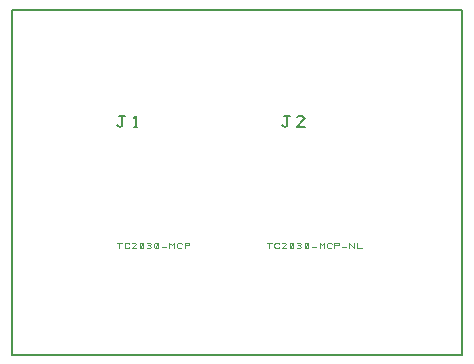
<source format=gbr>
%FSLAX23Y23*%
%MOIN*%
G04 EasyPC Gerber Version 13.0.2 Build 2807 *
%ADD77C,0.00100*%
%ADD10C,0.00500*%
X0Y0D02*
D02*
D10*
X3Y3D02*
X1503D01*
Y1153*
X3*
Y3*
X353Y768D02*
X356Y765D01*
X362Y762*
X368Y765*
X371Y768*
Y799*
X378*
X371D02*
X359D01*
X409Y762D02*
X421D01*
X415D02*
Y799D01*
X409Y793*
X903Y768D02*
X906Y765D01*
X912Y762*
X918Y765*
X921Y768*
Y799*
X928*
X921D02*
X909D01*
X978Y762D02*
X953D01*
X974Y784*
X978Y790*
X974Y796*
X968Y799*
X959*
X953Y796*
D02*
D77*
X360Y357D02*
Y376D01*
X353D02*
X368D01*
X393Y360D02*
X392Y359D01*
X388Y357*
X384*
X381Y359*
X379Y360*
X378Y363*
Y370*
X379Y373*
X381Y374*
X384Y376*
X388*
X392Y374*
X393Y373*
X415Y357D02*
X403D01*
X413Y368*
X415Y371*
X413Y374*
X410Y376*
X406*
X403Y374*
X429Y359D02*
X432Y357D01*
X435*
X438Y359*
X440Y362*
Y371*
X438Y374*
X435Y376*
X432*
X429Y374*
X428Y371*
Y362*
X429Y359*
X438Y374*
X454Y359D02*
X457Y357D01*
X460*
X463Y359*
X465Y362*
X463Y365*
X460Y367*
X457*
X460D02*
X463Y368D01*
X465Y371*
X463Y374*
X460Y376*
X457*
X454Y374*
X479Y359D02*
X482Y357D01*
X485*
X488Y359*
X490Y362*
Y371*
X488Y374*
X485Y376*
X482*
X479Y374*
X477Y371*
Y362*
X479Y359*
X488Y374*
X502Y363D02*
X515D01*
X527Y357D02*
Y376D01*
X535Y367*
X543Y376*
Y357*
X568Y360D02*
X567Y359D01*
X563Y357*
X559*
X556Y359*
X554Y360*
X553Y363*
Y370*
X554Y373*
X556Y374*
X559Y376*
X563*
X567Y374*
X568Y373*
X578Y357D02*
Y376D01*
X588*
X592Y374*
X593Y371*
X592Y368*
X588Y367*
X578*
X860Y357D02*
Y376D01*
X853D02*
X868D01*
X893Y360D02*
X892Y359D01*
X888Y357*
X884*
X881Y359*
X879Y360*
X877Y363*
Y370*
X879Y373*
X881Y374*
X884Y376*
X888*
X892Y374*
X893Y373*
X915Y357D02*
X903D01*
X913Y368*
X915Y371*
X913Y374*
X910Y376*
X906*
X903Y374*
X929Y359D02*
X932Y357D01*
X935*
X938Y359*
X940Y362*
Y371*
X938Y374*
X935Y376*
X932*
X929Y374*
X928Y371*
Y362*
X929Y359*
X938Y374*
X954Y359D02*
X957Y357D01*
X960*
X963Y359*
X965Y362*
X963Y365*
X960Y367*
X957*
X960D02*
X963Y368D01*
X965Y371*
X963Y374*
X960Y376*
X957*
X954Y374*
X979Y359D02*
X982Y357D01*
X985*
X988Y359*
X990Y362*
Y371*
X988Y374*
X985Y376*
X982*
X979Y374*
X978Y371*
Y362*
X979Y359*
X988Y374*
X1002Y363D02*
X1015D01*
X1028Y357D02*
Y376D01*
X1035Y367*
X1043Y376*
Y357*
X1068Y360D02*
X1067Y359D01*
X1063Y357*
X1059*
X1056Y359*
X1054Y360*
X1053Y363*
Y370*
X1054Y373*
X1056Y374*
X1059Y376*
X1063*
X1067Y374*
X1068Y373*
X1077Y357D02*
Y376D01*
X1088*
X1092Y374*
X1093Y371*
X1092Y368*
X1088Y367*
X1077*
X1103Y363D02*
X1115D01*
X1127Y357D02*
Y376D01*
X1143Y357*
Y376*
X1153D02*
Y357D01*
X1168*
X0Y0D02*
M02*

</source>
